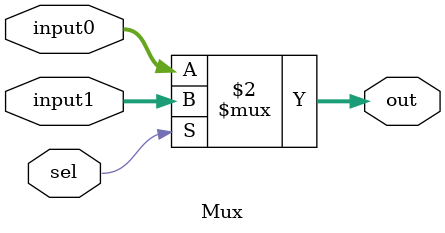
<source format=v>
module Mux(input0, input1, sel,out);
    input wire[31:0] input0, input1;
    input wire sel;
    output wire[31:0] out;
    assign out=(sel==1)? input1:input0;
endmodule

</source>
